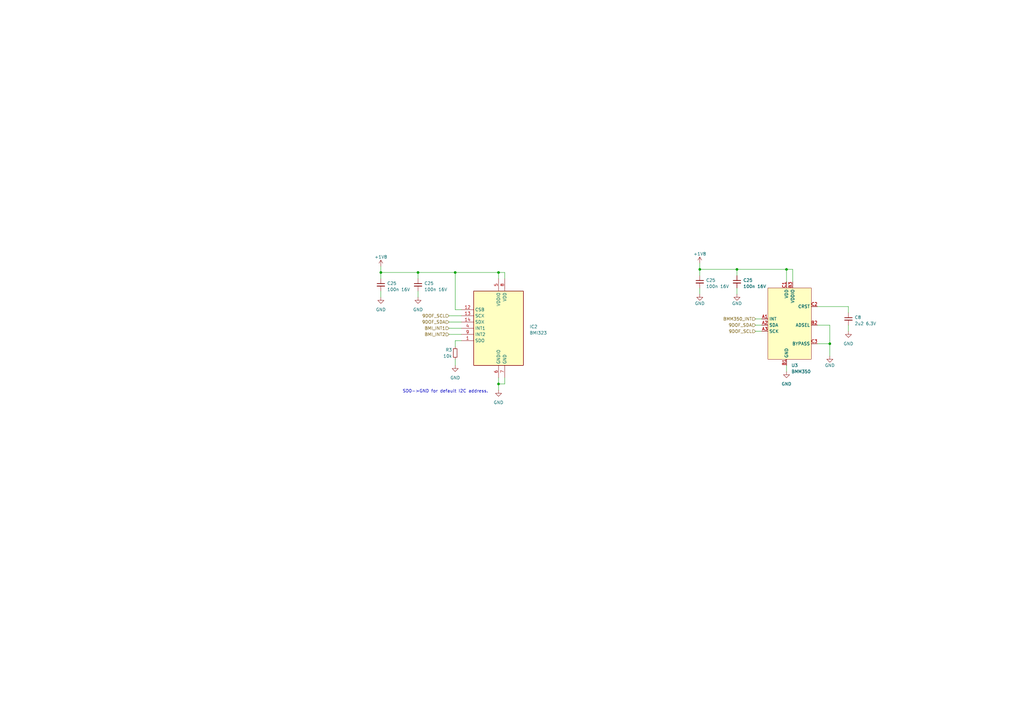
<source format=kicad_sch>
(kicad_sch (version 20230121) (generator eeschema)
  (paper "A3")
  (lib_symbols
    (symbol "ARMband:BMI323"
      (property "Reference" "IC" (at 26.67 15.24 0))
      (property "Value" "BMI323" (at 26.67 12.7 0))
      (symbol "BMI323_1_1"
        (rectangle (start 5.08 10.16) (end 25.4 -20.32) (stroke (width 0.254)) (fill (type background)))
        (pin passive line (at 0 -10.16 0) (length 5.08) (name "SDO") (number "1"))
        (pin no_connect line (at 22.86 -25.4 90) (length 5.08) hide (name "NC_3") (number "10"))
        (pin no_connect line (at 22.86 -25.4 90) (length 5.08) hide (name "NC_4") (number "11"))
        (pin passive line (at 0 2.54 0) (length 5.08) (name "CSB") (number "12"))
        (pin passive line (at 0 0 0) (length 5.08) (name "SCX") (number "13"))
        (pin passive line (at 0 -2.54 0) (length 5.08) (name "SDX") (number "14"))
        (pin no_connect line (at 22.86 -25.4 90) (length 5.08) hide (name "NC_1") (number "2"))
        (pin no_connect line (at 22.86 -25.4 90) (length 5.08) hide (name "NC_2") (number "3"))
        (pin passive line (at 0 -5.08 0) (length 5.08) (name "INT1") (number "4"))
        (pin passive line (at 15.24 15.24 270) (length 5.08) (name "VDDIO") (number "5"))
        (pin passive line (at 15.24 -25.4 90) (length 5.08) (name "GNDIO") (number "6"))
        (pin passive line (at 17.78 -25.4 90) (length 5.08) (name "GND") (number "7"))
        (pin passive line (at 17.78 15.24 270) (length 5.08) (name "VDD") (number "8"))
        (pin passive line (at 0 -7.62 0) (length 5.08) (name "INT2") (number "9"))
      )
    )
    (symbol "ARMband:BMM350"
      (property "Reference" "U" (at 7.62 17.78 0))
      (property "Value" "BMM350" (at 10.16 15.24 0))
      (symbol "BMM350_0_0"
        (pin unspecified line (at -10.16 0 0) (length 2.54) (name "INT") (number "A1"))
        (pin unspecified line (at -10.16 -2.54 0) (length 2.54) (name "SDA") (number "A2"))
        (pin unspecified line (at -10.16 -5.08 0) (length 2.54) (name "SCK") (number "A3"))
        (pin unspecified line (at 0 -19.05 90) (length 2.54) (name "GND") (number "B1"))
        (pin unspecified line (at 12.7 -2.54 180) (length 2.54) (name "ADSEL") (number "B2"))
        (pin unspecified line (at 2.54 15.24 270) (length 2.54) (name "VDDIO") (number "B3"))
        (pin unspecified line (at 0 15.24 270) (length 2.54) (name "VDD") (number "C1"))
        (pin unspecified line (at 12.7 5.08 180) (length 2.54) (name "CRST") (number "C2"))
        (pin unspecified line (at 12.7 -10.16 180) (length 2.54) (name "BYPASS") (number "C3"))
      )
      (symbol "BMM350_1_1"
        (rectangle (start -7.62 12.7) (end 10.16 -16.51) (fill (type background)))
      )
    )
    (symbol "Device:C_Small" (pin_numbers hide) (pin_names (offset 0.254) hide)
      (property "Reference" "C" (at 0.254 1.778 0))
      (property "Value" "C_Small" (at 0.254 -2.032 0))
      (symbol "C_Small_0_1"
        (polyline (pts (xy -1.524 -0.508) (xy 1.524 -0.508)) (stroke (width 0.3302)))
        (polyline (pts (xy -1.524 0.508) (xy 1.524 0.508)) (stroke (width 0.3048)))
      )
      (symbol "C_Small_1_1"
        (pin passive line (at 0 2.54 270) (length 2.032) (name "~") (number "1"))
        (pin passive line (at 0 -2.54 90) (length 2.032) (name "~") (number "2"))
      )
    )
    (symbol "Device:R_Small" (pin_numbers hide) (pin_names (offset 0.254) hide)
      (property "Reference" "R" (at 0.762 0.508 0))
      (property "Value" "R_Small" (at 0.762 -1.016 0))
      (symbol "R_Small_0_1"
        (rectangle (start -0.762 1.778) (end 0.762 -1.778) (stroke (width 0.2032)))
      )
      (symbol "R_Small_1_1"
        (pin passive line (at 0 2.54 270) (length 0.762) (name "~") (number "1"))
        (pin passive line (at 0 -2.54 90) (length 0.762) (name "~") (number "2"))
      )
    )
    (symbol "power:+1V8" (power) (pin_names (offset 0))
      (property "Value" "+1V8" (at 0 3.556 0))
      (symbol "+1V8_0_1"
        (polyline (pts (xy -0.762 1.27) (xy 0 2.54)))
        (polyline (pts (xy 0 0) (xy 0 2.54)))
        (polyline (pts (xy 0 2.54) (xy 0.762 1.27)))
      )
      (symbol "+1V8_1_1"
        (pin power_in line (at 0 0 90) (length 0) hide (name "+1V8") (number "1"))
      )
    )
    (symbol "power:GND" (power) (pin_names (offset 0))
      (property "Value" "GND" (at 0 -3.81 0))
      (symbol "GND_0_1"
        (polyline (pts (xy 0 0) (xy 0 -1.27) (xy 1.27 -1.27) (xy 0 -2.54) (xy -1.27 -1.27) (xy 0 -1.27)))
      )
      (symbol "GND_1_1"
        (pin power_in line (at 0 0 270) (length 0) hide (name "GND") (number "1"))
      )
    )
  )
  (junction (at 340.36 140.97))
  (junction (at 302.26 110.49))
  (junction (at 186.69 111.76))
  (junction (at 322.58 110.49))
  (junction (at 204.47 111.76))
  (junction (at 287.02 110.49))
  (junction (at 204.47 157.48))
  (junction (at 171.45 111.76))
  (junction (at 156.21 111.76))
  (wire (pts (xy 204.47 111.76) (xy 204.47 114.3)))
  (wire (pts (xy 184.15 129.54) (xy 189.23 129.54)))
  (wire (pts (xy 340.36 140.97) (xy 340.36 146.05)))
  (wire (pts (xy 186.69 111.76) (xy 186.69 127)))
  (wire (pts (xy 287.02 110.49) (xy 302.26 110.49)))
  (wire (pts (xy 309.88 130.81) (xy 312.42 130.81)))
  (wire (pts (xy 335.28 133.35) (xy 340.36 133.35)))
  (wire (pts (xy 287.02 107.95) (xy 287.02 110.49)))
  (wire (pts (xy 156.21 109.22) (xy 156.21 111.76)))
  (wire (pts (xy 322.58 149.86) (xy 322.58 152.4)))
  (wire (pts (xy 325.12 110.49) (xy 325.12 115.57)))
  (wire (pts (xy 204.47 157.48) (xy 204.47 160.02)))
  (wire (pts (xy 287.02 110.49) (xy 287.02 113.03)))
  (wire (pts (xy 184.15 134.62) (xy 189.23 134.62)))
  (wire (pts (xy 302.26 110.49) (xy 322.58 110.49)))
  (wire (pts (xy 186.69 127) (xy 189.23 127)))
  (wire (pts (xy 156.21 119.38) (xy 156.21 121.92)))
  (wire (pts (xy 171.45 111.76) (xy 186.69 111.76)))
  (wire (pts (xy 302.26 118.11) (xy 302.26 120.65)))
  (wire (pts (xy 207.01 114.3) (xy 207.01 111.76)))
  (wire (pts (xy 171.45 119.38) (xy 171.45 121.92)))
  (wire (pts (xy 335.28 140.97) (xy 340.36 140.97)))
  (wire (pts (xy 156.21 114.3) (xy 156.21 111.76)))
  (wire (pts (xy 184.15 132.08) (xy 189.23 132.08)))
  (wire (pts (xy 171.45 114.3) (xy 171.45 111.76)))
  (wire (pts (xy 186.69 147.32) (xy 186.69 149.86)))
  (wire (pts (xy 207.01 154.94) (xy 207.01 157.48)))
  (wire (pts (xy 347.98 133.35) (xy 347.98 135.89)))
  (wire (pts (xy 186.69 139.7) (xy 186.69 142.24)))
  (wire (pts (xy 184.15 137.16) (xy 189.23 137.16)))
  (wire (pts (xy 204.47 154.94) (xy 204.47 157.48)))
  (wire (pts (xy 347.98 125.73) (xy 347.98 128.27)))
  (wire (pts (xy 156.21 111.76) (xy 171.45 111.76)))
  (wire (pts (xy 204.47 157.48) (xy 207.01 157.48)))
  (wire (pts (xy 287.02 118.11) (xy 287.02 120.65)))
  (wire (pts (xy 186.69 111.76) (xy 204.47 111.76)))
  (wire (pts (xy 322.58 115.57) (xy 322.58 110.49)))
  (wire (pts (xy 340.36 133.35) (xy 340.36 140.97)))
  (wire (pts (xy 309.88 135.89) (xy 312.42 135.89)))
  (wire (pts (xy 309.88 133.35) (xy 312.42 133.35)))
  (wire (pts (xy 335.28 125.73) (xy 347.98 125.73)))
  (wire (pts (xy 186.69 139.7) (xy 189.23 139.7)))
  (wire (pts (xy 302.26 110.49) (xy 302.26 113.03)))
  (wire (pts (xy 204.47 111.76) (xy 207.01 111.76)))
  (wire (pts (xy 322.58 110.49) (xy 325.12 110.49)))
  (text "SD0->GND for default I2C address." (at 165.1 161.29 0) (effects (font (size 1.27 1.27)) (justify left bottom)))
  (hierarchical_label "9DOF_SDA" (shape input) (at 184.15 132.08 180))
  (hierarchical_label "9DOF_SCL" (shape input) (at 309.88 135.89 180))
  (hierarchical_label "BMI_INT2" (shape input) (at 184.15 137.16 180))
  (hierarchical_label "BMI_INT1" (shape input) (at 184.15 134.62 180))
  (hierarchical_label "BMM350_INT" (shape input) (at 309.88 130.81 180))
  (hierarchical_label "9DOF_SCL" (shape input) (at 184.15 129.54 180))
  (hierarchical_label "9DOF_SDA" (shape input) (at 309.88 133.35 180))
  (symbol (lib_id "power:GND") (at 171.45 121.92 0) (unit 1)
    (property "Reference" "#PWR022" (effects hide))
    (property "Value" "GND" (at 171.45 127 0))
  )
  (symbol (lib_id "power:+1V8") (at 156.21 109.22 0) (unit 1)
    (property "Reference" "#PWR019" (effects hide))
    (property "Value" "+1V8" (at 156.21 105.41 0))
  )
  (symbol (lib_id "ARMband:BMM350") (at 322.58 130.81 0) (unit 1)
    (property "Reference" "U3" (at 324.5359 149.86 0) (effects (justify left)))
    (property "Value" "BMM350" (at 324.5359 152.4 0) (effects (justify left)))
    (property "Footprint" "ARMband:bmm350" (effects hide))
    (property "Datasheet" "https://www.mouser.de/datasheet/2/783/bst_bmm350_ds001-3179745.pdf" (effects hide))
  )
  (symbol (lib_id "power:+1V8") (at 287.02 107.95 0) (mirror y) (unit 1)
    (property "Reference" "#PWR091" (effects hide))
    (property "Value" "+1V8" (at 287.02 104.14 0))
  )
  (symbol (lib_id "Device:C_Small") (at 171.45 116.84 0) (mirror y) (unit 1)
    (property "Reference" "C25" (at 173.99 116.2113 0) (effects (justify right)))
    (property "Value" "100n 16V" (at 173.99 118.7513 0) (effects (justify right)))
    (property "Footprint" "Capacitor_SMD:C_0402_1005Metric" (effects hide))
    (property "Datasheet" "https://www.mouser.de/datasheet/2/447/KEM_C1005_Y5V_SMD-3316374.pdf" (effects hide))
    (property "MFN" "80-C0402C104M4V " (effects hide))
    (instances (project "armband" (path "" (reference "C25") (unit 1)) (path "" (reference "C14") (unit 1)) (path "" (reference "C12") (unit 1)) (path "" (reference "C8") (unit 1))))
  )
  (symbol (lib_id "ARMband:BMI323") (at 189.23 129.54 0) (unit 1)
    (property "Reference" "IC2" (at 217.17 133.985 0) (effects (justify left)))
    (property "Value" "BMI323" (at 217.17 136.525 0) (effects (justify left)))
    (property "Footprint" "ARMband:BMI323" (effects hide))
    (property "Datasheet" "https://www.bosch-sensortec.com/media/boschsensortec/downloads/datasheets/bst-bmi323-ds000.pdf" (effects hide))
    (property "Height" "0.87" (effects hide))
    (property "MFN" "262-BMI323" (effects hide))
    (property "Mouser Part Number" "262-BMI323" (effects hide))
    (property "Mouser Price/Stock" "https://www.mouser.co.uk/ProductDetail/Bosch-Sensortec/BMI323?qs=By6Nw2ByBD3%2FE1v0UqNQPQ%3D%3D" (effects hide))
    (property "Manufacturer_Name" "BOSCH" (effects hide))
    (property "Manufacturer_Part_Number" "BMI323" (effects hide))
  )
  (symbol (lib_id "power:GND") (at 340.36 146.05 0) (unit 1)
    (property "Reference" "#PWR090" (effects hide))
    (property "Value" "GND" (at 340.36 149.86 0))
  )
  (symbol (lib_id "power:GND") (at 204.47 160.02 0) (unit 1)
    (property "Reference" "#PWR024" (effects hide))
    (property "Value" "GND" (at 204.47 165.1 0))
  )
  (symbol (lib_id "power:GND") (at 347.98 135.89 0) (unit 1)
    (property "Reference" "#PWR020" (effects hide))
    (property "Value" "GND" (at 347.98 140.97 0))
  )
  (symbol (lib_id "Device:C_Small") (at 302.26 115.57 0) (mirror y) (unit 1)
    (property "Reference" "C25" (at 304.8 114.9413 0) (effects (justify right)))
    (property "Value" "100n 16V" (at 304.8 117.4813 0) (effects (justify right)))
    (property "Footprint" "Capacitor_SMD:C_0402_1005Metric" (effects hide))
    (property "Datasheet" "https://www.mouser.de/datasheet/2/447/KEM_C1005_Y5V_SMD-3316374.pdf" (effects hide))
    (property "MFN" "80-C0402C104M4V " (effects hide))
    (instances (project "armband" (path "" (reference "C25") (unit 1)) (path "" (reference "C14") (unit 1)) (path "" (reference "C12") (unit 1)) (path "" (reference "C41") (unit 1))))
  )
  (symbol (lib_id "Device:C_Small") (at 287.02 115.57 0) (mirror y) (unit 1)
    (property "Reference" "C25" (at 289.56 114.9413 0) (effects (justify right)))
    (property "Value" "100n 16V" (at 289.56 117.4813 0) (effects (justify right)))
    (property "Footprint" "Capacitor_SMD:C_0402_1005Metric" (effects hide))
    (property "Datasheet" "https://www.mouser.de/datasheet/2/447/KEM_C1005_Y5V_SMD-3316374.pdf" (effects hide))
    (property "MFN" "80-C0402C104M4V " (effects hide))
    (instances (project "armband" (path "" (reference "C25") (unit 1)) (path "" (reference "C14") (unit 1)) (path "" (reference "C12") (unit 1)) (path "" (reference "C40") (unit 1))))
  )
  (symbol (lib_id "Device:C_Small") (at 347.98 130.81 0) (mirror y) (unit 1)
    (property "Reference" "C8" (at 350.52 130.1813 0) (effects (justify right)))
    (property "Value" "2u2 6.3V" (at 350.52 132.7213 0) (effects (justify right)))
    (property "Footprint" "Capacitor_SMD:C_0201_0603Metric" (effects hide))
    (property "Datasheet" "https://eu.mouser.com/datasheet/2/40/CM_Series_e-2835982.pdf" (effects hide))
    (property "MFN" "346-CM03X5R225M06AH " (effects hide))
    (instances (project "armband" (path "" (reference "C8") (unit 1)) (path "" (reference "C23") (unit 1)) (path "" (reference "C42") (unit 1))))
  )
  (symbol (lib_id "power:GND") (at 287.02 120.65 0) (mirror y) (unit 1)
    (property "Reference" "#PWR089" (effects hide))
    (property "Value" "GND" (at 287.02 124.46 0))
  )
  (symbol (lib_id "power:GND") (at 156.21 121.92 0) (unit 1)
    (property "Reference" "#PWR021" (effects hide))
    (property "Value" "GND" (at 156.21 127 0))
  )
  (symbol (lib_id "Device:C_Small") (at 156.21 116.84 0) (mirror y) (unit 1)
    (property "Reference" "C25" (at 158.75 116.2113 0) (effects (justify right)))
    (property "Value" "100n 16V" (at 158.75 118.7513 0) (effects (justify right)))
    (property "Footprint" "Capacitor_SMD:C_0402_1005Metric" (effects hide))
    (property "Datasheet" "https://www.mouser.de/datasheet/2/447/KEM_C1005_Y5V_SMD-3316374.pdf" (effects hide))
    (property "MFN" "80-C0402C104M4V " (effects hide))
    (instances (project "armband" (path "" (reference "C25") (unit 1)) (path "" (reference "C14") (unit 1)) (path "" (reference "C12") (unit 1)) (path "" (reference "C7") (unit 1))))
  )
  (symbol (lib_id "Device:R_Small") (at 186.69 144.78 0) (unit 1)
    (property "Reference" "R3" (at 185.42 143.51 0) (effects (justify right)))
    (property "Value" "10k" (at 185.42 146.05 0) (effects (justify right)))
    (property "Footprint" "Resistor_SMD:R_0201_0603Metric" (effects hide))
    (property "Datasheet" "https://www.mouser.de/datasheet/2/315/AOA0000C301-1488782.pdf" (effects hide))
    (property "MFN" "667-ERJ-1GNJ103C " (effects hide))
    (instances (project "armband" (path "" (reference "R3") (unit 1)) (path "" (reference "R15") (unit 1)) (path "" (reference "R6") (unit 1))))
  )
  (symbol (lib_id "power:GND") (at 302.26 120.65 0) (unit 1)
    (property "Reference" "#PWR092" (effects hide))
    (property "Value" "GND" (at 302.26 124.46 0))
  )
  (symbol (lib_id "power:GND") (at 322.58 152.4 0) (unit 1)
    (property "Reference" "#PWR088" (effects hide))
    (property "Value" "GND" (at 322.58 157.48 0))
  )
  (symbol (lib_id "power:GND") (at 186.69 149.86 0) (mirror y) (unit 1)
    (property "Reference" "#PWR023" (effects hide))
    (property "Value" "GND" (at 186.69 154.94 0))
  )
)
</source>
